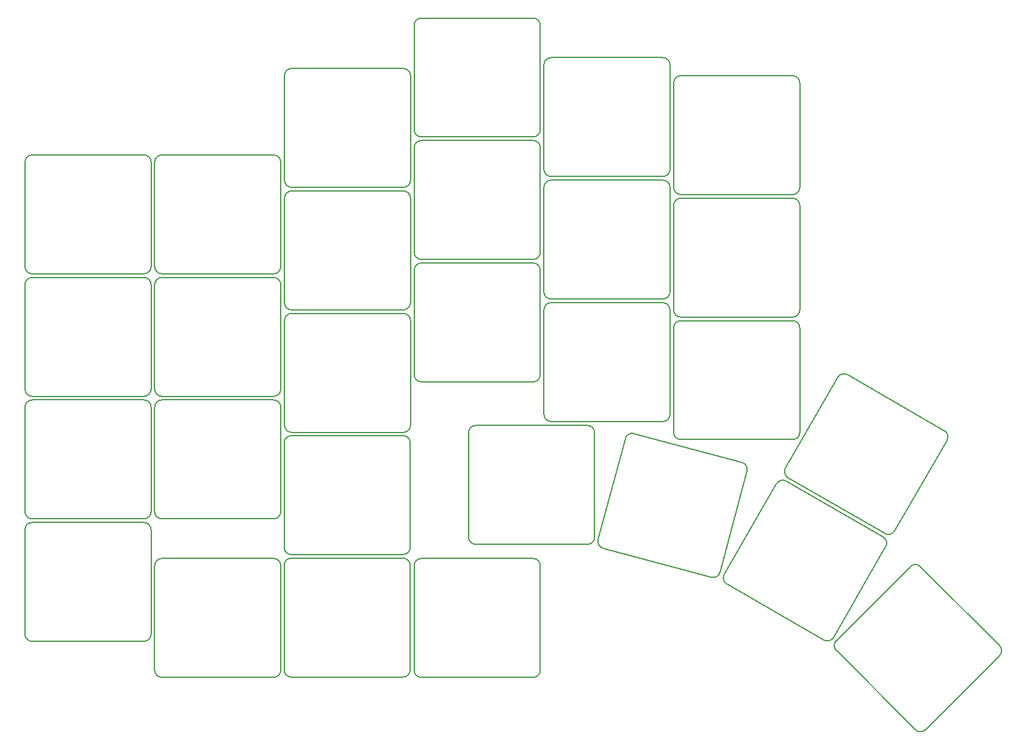
<source format=gbr>
%TF.GenerationSoftware,KiCad,Pcbnew,(6.0.1-0)*%
%TF.CreationDate,2022-01-24T00:31:25-08:00*%
%TF.ProjectId,hillside56,68696c6c-7369-4646-9535-362e6b696361,0.1.0-alpha*%
%TF.SameCoordinates,Original*%
%TF.FileFunction,Other,ECO2*%
%FSLAX46Y46*%
G04 Gerber Fmt 4.6, Leading zero omitted, Abs format (unit mm)*
G04 Created by KiCad (PCBNEW (6.0.1-0)) date 2022-01-24 00:31:25*
%MOMM*%
%LPD*%
G01*
G04 APERTURE LIST*
%ADD10C,0.150000*%
G04 APERTURE END LIST*
D10*
%TO.C,K22*%
X124207107Y-112707106D02*
X139707107Y-112707106D01*
X139707107Y-129207106D02*
X124207107Y-129207106D01*
X123207107Y-113707106D02*
X123207107Y-128207106D01*
X140707107Y-113707106D02*
X140707107Y-128207106D01*
X123207107Y-128207106D02*
G75*
G03*
X124207107Y-129207106I1000003J3D01*
G01*
X124207107Y-112707106D02*
G75*
G03*
X123207107Y-113707106I3J-1000003D01*
G01*
X140707107Y-113707106D02*
G75*
G03*
X139707107Y-112707106I-1000003J-3D01*
G01*
X139707107Y-129207106D02*
G75*
G03*
X140707107Y-128207106I-3J1000003D01*
G01*
%TO.C,K13*%
X88250000Y-107750000D02*
X103750000Y-107750000D01*
X103750000Y-124250000D02*
X88250000Y-124250000D01*
X87250000Y-123250000D02*
X87250000Y-108750000D01*
X104750000Y-123250000D02*
X104750000Y-108750000D01*
X104750000Y-108750000D02*
G75*
G03*
X103750000Y-107750000I-1000003J-3D01*
G01*
X87250000Y-123250000D02*
G75*
G03*
X88250000Y-124250000I1000003J3D01*
G01*
X88250000Y-107750000D02*
G75*
G03*
X87250000Y-108750000I3J-1000003D01*
G01*
X103750000Y-124250000D02*
G75*
G03*
X104750000Y-123250000I-3J1000003D01*
G01*
%TO.C,K14*%
X122750000Y-123250000D02*
X122750000Y-108750000D01*
X121750000Y-124250000D02*
X106250000Y-124250000D01*
X105250000Y-123250000D02*
X105250000Y-108750000D01*
X106250000Y-107750000D02*
X121750000Y-107750000D01*
X106250000Y-107750000D02*
G75*
G03*
X105250000Y-108750000I3J-1000003D01*
G01*
X122750000Y-108750000D02*
G75*
G03*
X121750000Y-107750000I-1000003J-3D01*
G01*
X105250000Y-123250000D02*
G75*
G03*
X106250000Y-124250000I1000003J3D01*
G01*
X121750000Y-124250000D02*
G75*
G03*
X122750000Y-123250000I-3J1000003D01*
G01*
%TO.C,K1*%
X103750000Y-90250000D02*
X88250000Y-90250000D01*
X104750000Y-74750000D02*
X104750000Y-89250000D01*
X88250000Y-73750000D02*
X103750000Y-73750000D01*
X87250000Y-74750000D02*
X87250000Y-89250000D01*
X104750000Y-74750000D02*
G75*
G03*
X103750000Y-73750000I-1000003J-3D01*
G01*
X103750000Y-90250000D02*
G75*
G03*
X104750000Y-89250000I-3J1000003D01*
G01*
X88250000Y-73750000D02*
G75*
G03*
X87250000Y-74750000I3J-1000003D01*
G01*
X87250000Y-89250000D02*
G75*
G03*
X88250000Y-90250000I1000003J3D01*
G01*
%TO.C,K3*%
X140750000Y-62750000D02*
X140750000Y-77250000D01*
X139750000Y-78250000D02*
X124250000Y-78250000D01*
X123250000Y-62750000D02*
X123250000Y-77250000D01*
X124250000Y-61750000D02*
X139750000Y-61750000D01*
X140750000Y-62750000D02*
G75*
G03*
X139750000Y-61750000I-1000003J-3D01*
G01*
X139750000Y-78250000D02*
G75*
G03*
X140750000Y-77250000I-3J1000003D01*
G01*
X123250000Y-77250000D02*
G75*
G03*
X124250000Y-78250000I1000003J3D01*
G01*
X124250000Y-61750000D02*
G75*
G03*
X123250000Y-62750000I3J-1000003D01*
G01*
%TO.C,K4*%
X141250000Y-55750000D02*
X141250000Y-70250000D01*
X142250000Y-54750000D02*
X157750000Y-54750000D01*
X158750000Y-55750000D02*
X158750000Y-70250000D01*
X157750000Y-71250000D02*
X142250000Y-71250000D01*
X158750000Y-55750000D02*
G75*
G03*
X157750000Y-54750000I-1000003J-3D01*
G01*
X142250000Y-54750000D02*
G75*
G03*
X141250000Y-55750000I3J-1000003D01*
G01*
X157750000Y-71250000D02*
G75*
G03*
X158750000Y-70250000I-3J1000003D01*
G01*
X141250000Y-70250000D02*
G75*
G03*
X142250000Y-71250000I1000003J3D01*
G01*
%TO.C,K8*%
X105250000Y-91750000D02*
X105250000Y-106250000D01*
X121750000Y-107250000D02*
X106250000Y-107250000D01*
X122750000Y-91750000D02*
X122750000Y-106250000D01*
X106250000Y-90750000D02*
X121750000Y-90750000D01*
X105250000Y-106250000D02*
G75*
G03*
X106250000Y-107250000I1000003J3D01*
G01*
X121750000Y-107250000D02*
G75*
G03*
X122750000Y-106250000I-3J1000003D01*
G01*
X106250000Y-90750000D02*
G75*
G03*
X105250000Y-91750000I3J-1000003D01*
G01*
X122750000Y-91750000D02*
G75*
G03*
X121750000Y-90750000I-1000003J-3D01*
G01*
%TO.C,K9*%
X139750000Y-95250000D02*
X124250000Y-95250000D01*
X140750000Y-79750000D02*
X140750000Y-94250000D01*
X124250000Y-78750000D02*
X139750000Y-78750000D01*
X123250000Y-79750000D02*
X123250000Y-94250000D01*
X140750000Y-79750000D02*
G75*
G03*
X139750000Y-78750000I-1000003J-3D01*
G01*
X124250000Y-78750000D02*
G75*
G03*
X123250000Y-79750000I3J-1000003D01*
G01*
X123250000Y-94250000D02*
G75*
G03*
X124250000Y-95250000I1000003J3D01*
G01*
X139750000Y-95250000D02*
G75*
G03*
X140750000Y-94250000I-3J1000003D01*
G01*
%TO.C,K10*%
X142250000Y-71750000D02*
X157750000Y-71750000D01*
X158750000Y-72750000D02*
X158750000Y-87250000D01*
X141250000Y-72750000D02*
X141250000Y-87250000D01*
X157750000Y-88250000D02*
X142250000Y-88250000D01*
X142250000Y-71750000D02*
G75*
G03*
X141250000Y-72750000I3J-1000003D01*
G01*
X141250000Y-87250000D02*
G75*
G03*
X142250000Y-88250000I1000003J3D01*
G01*
X158750000Y-72750000D02*
G75*
G03*
X157750000Y-71750000I-1000003J-3D01*
G01*
X157750000Y-88250000D02*
G75*
G03*
X158750000Y-87250000I-3J1000003D01*
G01*
%TO.C,K15*%
X123250000Y-96750000D02*
X123250000Y-111250000D01*
X140750000Y-96750000D02*
X140750000Y-111250000D01*
X139750000Y-112250000D02*
X124250000Y-112250000D01*
X124250000Y-95750000D02*
X139750000Y-95750000D01*
X124250000Y-95750000D02*
G75*
G03*
X123250000Y-96750000I3J-1000003D01*
G01*
X123250000Y-111250000D02*
G75*
G03*
X124250000Y-112250000I1000003J3D01*
G01*
X139750000Y-112250000D02*
G75*
G03*
X140750000Y-111250000I-3J1000003D01*
G01*
X140750000Y-96750000D02*
G75*
G03*
X139750000Y-95750000I-1000003J-3D01*
G01*
%TO.C,K16*%
X158750000Y-89750000D02*
X158750000Y-104250000D01*
X157750000Y-105250000D02*
X142250000Y-105250000D01*
X142250000Y-88750000D02*
X157750000Y-88750000D01*
X141250000Y-89750000D02*
X141250000Y-104250000D01*
X142250000Y-88750000D02*
G75*
G03*
X141250000Y-89750000I3J-1000003D01*
G01*
X157750000Y-105250000D02*
G75*
G03*
X158750000Y-104250000I-3J1000003D01*
G01*
X158750000Y-89750000D02*
G75*
G03*
X157750000Y-88750000I-1000003J-3D01*
G01*
X141250000Y-104250000D02*
G75*
G03*
X142250000Y-105250000I1000003J3D01*
G01*
%TO.C,K5*%
X176750000Y-61250000D02*
X176750000Y-75750000D01*
X175750000Y-76750000D02*
X160250000Y-76750000D01*
X159250000Y-61250000D02*
X159250000Y-75750000D01*
X160250000Y-60250000D02*
X175750000Y-60250000D01*
X176750000Y-61250000D02*
G75*
G03*
X175750000Y-60250000I-1000003J-3D01*
G01*
X160250000Y-60250000D02*
G75*
G03*
X159250000Y-61250000I3J-1000003D01*
G01*
X175750000Y-76750000D02*
G75*
G03*
X176750000Y-75750000I-3J1000003D01*
G01*
X159250000Y-75750000D02*
G75*
G03*
X160250000Y-76750000I1000003J3D01*
G01*
%TO.C,K6*%
X177250000Y-63750000D02*
X177250000Y-78250000D01*
X194750000Y-63750000D02*
X194750000Y-78250000D01*
X178250000Y-62750000D02*
X193750000Y-62750000D01*
X193750000Y-79250000D02*
X178250000Y-79250000D01*
X194750000Y-63750000D02*
G75*
G03*
X193750000Y-62750000I-1000003J-3D01*
G01*
X178250000Y-62750000D02*
G75*
G03*
X177250000Y-63750000I3J-1000003D01*
G01*
X193750000Y-79250000D02*
G75*
G03*
X194750000Y-78250000I-3J1000003D01*
G01*
X177250000Y-78250000D02*
G75*
G03*
X178250000Y-79250000I1000003J3D01*
G01*
%TO.C,K11*%
X176750000Y-78250000D02*
X176750000Y-92750000D01*
X159250000Y-78250000D02*
X159250000Y-92750000D01*
X175750000Y-93750000D02*
X160250000Y-93750000D01*
X160250000Y-77250000D02*
X175750000Y-77250000D01*
X159250000Y-92750000D02*
G75*
G03*
X160250000Y-93750000I1000003J3D01*
G01*
X175750000Y-93750000D02*
G75*
G03*
X176750000Y-92750000I-3J1000003D01*
G01*
X160250000Y-77250000D02*
G75*
G03*
X159250000Y-78250000I3J-1000003D01*
G01*
X176750000Y-78250000D02*
G75*
G03*
X175750000Y-77250000I-1000003J-3D01*
G01*
%TO.C,K12*%
X178250000Y-79750000D02*
X193750000Y-79750000D01*
X193750000Y-96250000D02*
X178250000Y-96250000D01*
X177250000Y-80750000D02*
X177250000Y-95250000D01*
X194750000Y-80750000D02*
X194750000Y-95250000D01*
X177250000Y-95250000D02*
G75*
G03*
X178250000Y-96250000I1000003J3D01*
G01*
X193750000Y-96250000D02*
G75*
G03*
X194750000Y-95250000I-3J1000003D01*
G01*
X194750000Y-80750000D02*
G75*
G03*
X193750000Y-79750000I-1000003J-3D01*
G01*
X178250000Y-79750000D02*
G75*
G03*
X177250000Y-80750000I3J-1000003D01*
G01*
%TO.C,K17*%
X160250000Y-94250000D02*
X175750000Y-94250000D01*
X176750000Y-95250000D02*
X176750000Y-109750000D01*
X175750000Y-110750000D02*
X160250000Y-110750000D01*
X159250000Y-95250000D02*
X159250000Y-109750000D01*
X176750000Y-95250000D02*
G75*
G03*
X175750000Y-94250000I-1000003J-3D01*
G01*
X160250000Y-94250000D02*
G75*
G03*
X159250000Y-95250000I3J-1000003D01*
G01*
X159250000Y-109750000D02*
G75*
G03*
X160250000Y-110750000I1000003J3D01*
G01*
X175750000Y-110750000D02*
G75*
G03*
X176750000Y-109750000I-3J1000003D01*
G01*
%TO.C,K18*%
X194750000Y-97750000D02*
X194750000Y-112250000D01*
X178250000Y-96750000D02*
X193750000Y-96750000D01*
X177250000Y-97750000D02*
X177250000Y-112250000D01*
X193750000Y-113250000D02*
X178250000Y-113250000D01*
X178250000Y-96750000D02*
G75*
G03*
X177250000Y-97750000I3J-1000003D01*
G01*
X193750000Y-113250000D02*
G75*
G03*
X194750000Y-112250000I-3J1000003D01*
G01*
X194750000Y-97750000D02*
G75*
G03*
X193750000Y-96750000I-1000003J-3D01*
G01*
X177250000Y-112250000D02*
G75*
G03*
X178250000Y-113250000I1000003J3D01*
G01*
%TO.C,K25*%
X148792893Y-126792894D02*
X148792893Y-112292894D01*
X166292893Y-126792894D02*
X166292893Y-112292894D01*
X165292893Y-127792894D02*
X149792893Y-127792894D01*
X149792893Y-111292894D02*
X165292893Y-111292894D01*
X165292893Y-127792894D02*
G75*
G03*
X166292893Y-126792894I-3J1000003D01*
G01*
X148792893Y-126792894D02*
G75*
G03*
X149792893Y-127792894I1000003J3D01*
G01*
X166292893Y-112292894D02*
G75*
G03*
X165292893Y-111292894I-1000003J-3D01*
G01*
X149792893Y-111292894D02*
G75*
G03*
X148792893Y-112292894I3J-1000003D01*
G01*
%TO.C,K2*%
X122750000Y-74750000D02*
X122750000Y-89250000D01*
X106250000Y-73750000D02*
X121750000Y-73750000D01*
X121750000Y-90250000D02*
X106250000Y-90250000D01*
X105250000Y-74750000D02*
X105250000Y-89250000D01*
X106250000Y-73750000D02*
G75*
G03*
X105250000Y-74750000I3J-1000003D01*
G01*
X122750000Y-74750000D02*
G75*
G03*
X121750000Y-73750000I-1000003J-3D01*
G01*
X105250000Y-89250000D02*
G75*
G03*
X106250000Y-90250000I1000003J3D01*
G01*
X121750000Y-90250000D02*
G75*
G03*
X122750000Y-89250000I-3J1000003D01*
G01*
%TO.C,K27*%
X206680999Y-128146236D02*
X199430999Y-140703604D01*
X192891580Y-119030210D02*
X206314974Y-126780210D01*
X198064974Y-141069630D02*
X184641580Y-133319630D01*
X191525555Y-119396236D02*
X184275555Y-131953604D01*
X198064975Y-141069629D02*
G75*
G03*
X199430999Y-140703604I499999J866026D01*
G01*
X206680999Y-128146236D02*
G75*
G03*
X206314974Y-126780210I-866026J500000D01*
G01*
X184275555Y-131953604D02*
G75*
G03*
X184641580Y-133319630I866026J-500000D01*
G01*
X192891579Y-119030211D02*
G75*
G03*
X191525555Y-119396236I-499999J-866026D01*
G01*
%TO.C,K19*%
X200009855Y-104615210D02*
X192759855Y-117172579D01*
X215165300Y-113365210D02*
X207915300Y-125922579D01*
X206549274Y-126288604D02*
X193125881Y-118538604D01*
X201375881Y-104249185D02*
X214799274Y-111999185D01*
X201375881Y-104249185D02*
G75*
G03*
X200009855Y-104615210I-499999J-866029D01*
G01*
X206549274Y-126288604D02*
G75*
G03*
X207915300Y-125922579I499999J866029D01*
G01*
X192759855Y-117172579D02*
G75*
G03*
X193125881Y-118538604I866030J-499999D01*
G01*
X215165300Y-113365210D02*
G75*
G03*
X214799274Y-111999185I-866030J499999D01*
G01*
%TO.C,K28*%
X212201008Y-153504956D02*
X222454056Y-143251908D01*
X199826640Y-141130588D02*
X210079688Y-130877540D01*
X210786795Y-153504956D02*
X199826640Y-142544801D01*
X211493901Y-130877540D02*
X222454056Y-141837695D01*
X211493901Y-130877540D02*
G75*
G03*
X210079688Y-130877540I-707106J-707108D01*
G01*
X210786795Y-153504956D02*
G75*
G03*
X212201008Y-153504956I707106J707108D01*
G01*
X222454055Y-143251907D02*
G75*
G03*
X222454056Y-141837695I-707107J707106D01*
G01*
X199826641Y-141130589D02*
G75*
G03*
X199826640Y-142544801I707107J-707106D01*
G01*
%TO.C,K7*%
X88250000Y-90750000D02*
X103750000Y-90750000D01*
X103750000Y-107250000D02*
X88250000Y-107250000D01*
X87250000Y-91750000D02*
X87250000Y-106250000D01*
X104750000Y-91750000D02*
X104750000Y-106250000D01*
X104750000Y-91750000D02*
G75*
G03*
X103750000Y-90750000I-1000003J-3D01*
G01*
X103750000Y-107250000D02*
G75*
G03*
X104750000Y-106250000I-3J1000003D01*
G01*
X88250000Y-90750000D02*
G75*
G03*
X87250000Y-91750000I3J-1000003D01*
G01*
X87250000Y-106250000D02*
G75*
G03*
X88250000Y-107250000I1000003J3D01*
G01*
%TO.C,K21*%
X121750000Y-146250000D02*
X106250000Y-146250000D01*
X122750000Y-145250000D02*
X122750000Y-130750000D01*
X106250000Y-129750000D02*
X121750000Y-129750000D01*
X105250000Y-145250000D02*
X105250000Y-130750000D01*
X122750000Y-130750000D02*
G75*
G03*
X121750000Y-129750000I-1000003J-3D01*
G01*
X106250000Y-129750000D02*
G75*
G03*
X105250000Y-130750000I3J-1000003D01*
G01*
X121750000Y-146250000D02*
G75*
G03*
X122750000Y-145250000I-3J1000003D01*
G01*
X105250000Y-145250000D02*
G75*
G03*
X106250000Y-146250000I1000003J3D01*
G01*
%TO.C,K24*%
X157750000Y-146250000D02*
X142250000Y-146250000D01*
X141250000Y-145250000D02*
X141250000Y-130750000D01*
X158750000Y-145250000D02*
X158750000Y-130750000D01*
X142250000Y-129750000D02*
X157750000Y-129750000D01*
X158750000Y-130750000D02*
G75*
G03*
X157750000Y-129750000I-1000003J-3D01*
G01*
X157750000Y-146250000D02*
G75*
G03*
X158750000Y-145250000I-3J1000003D01*
G01*
X142250000Y-129750000D02*
G75*
G03*
X141250000Y-130750000I3J-1000003D01*
G01*
X141250000Y-145250000D02*
G75*
G03*
X142250000Y-146250000I1000003J3D01*
G01*
%TO.C,K26*%
X183685414Y-131654295D02*
X187438290Y-117648370D01*
X171759333Y-112411930D02*
X186731183Y-116423626D01*
X182460669Y-132361402D02*
X167488819Y-128349706D01*
X166781712Y-127124962D02*
X170534588Y-113119037D01*
X182460669Y-132361402D02*
G75*
G03*
X183685414Y-131654295I258818J965927D01*
G01*
X171759333Y-112411930D02*
G75*
G03*
X170534588Y-113119037I-258818J-965927D01*
G01*
X187438289Y-117648370D02*
G75*
G03*
X186731183Y-116423626I-965926J258818D01*
G01*
X166781713Y-127124962D02*
G75*
G03*
X167488819Y-128349706I965926J-258818D01*
G01*
%TO.C,K20*%
X87250000Y-140250000D02*
X87250000Y-125750000D01*
X104750000Y-140250000D02*
X104750000Y-125750000D01*
X88250000Y-124750000D02*
X103750000Y-124750000D01*
X103750000Y-141250000D02*
X88250000Y-141250000D01*
X104750000Y-125750000D02*
G75*
G03*
X103750000Y-124750000I-1000003J-3D01*
G01*
X88250000Y-124750000D02*
G75*
G03*
X87250000Y-125750000I3J-1000003D01*
G01*
X87250000Y-140250000D02*
G75*
G03*
X88250000Y-141250000I1000003J3D01*
G01*
X103750000Y-141250000D02*
G75*
G03*
X104750000Y-140250000I-3J1000003D01*
G01*
%TO.C,K23*%
X124207107Y-129707106D02*
X139707107Y-129707106D01*
X140707107Y-130707106D02*
X140707107Y-145207106D01*
X123207107Y-130707106D02*
X123207107Y-145207106D01*
X139707107Y-146207106D02*
X124207107Y-146207106D01*
X140707107Y-130707106D02*
G75*
G03*
X139707107Y-129707106I-1000003J-3D01*
G01*
X139707107Y-146207106D02*
G75*
G03*
X140707107Y-145207106I-3J1000003D01*
G01*
X123207107Y-145207106D02*
G75*
G03*
X124207107Y-146207106I1000003J3D01*
G01*
X124207107Y-129707106D02*
G75*
G03*
X123207107Y-130707106I3J-1000003D01*
G01*
%TD*%
M02*

</source>
